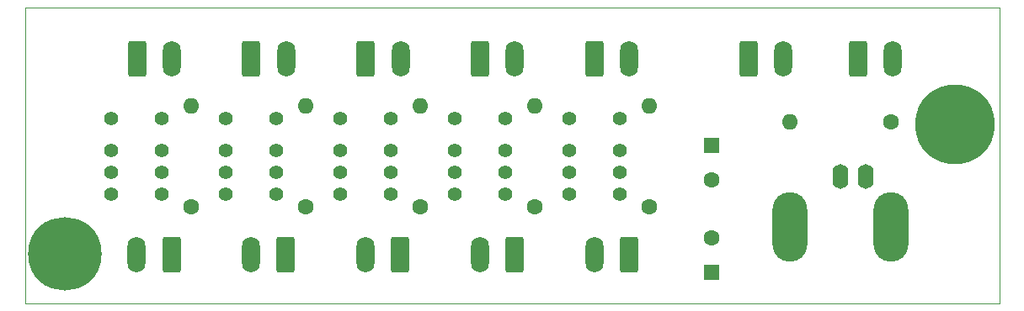
<source format=gbs>
%TF.GenerationSoftware,KiCad,Pcbnew,(6.0.7)*%
%TF.CreationDate,2022-08-24T23:08:52-04:00*%
%TF.ProjectId,chiller_interlock_aosense,6368696c-6c65-4725-9f69-6e7465726c6f,rev?*%
%TF.SameCoordinates,Original*%
%TF.FileFunction,Soldermask,Bot*%
%TF.FilePolarity,Negative*%
%FSLAX46Y46*%
G04 Gerber Fmt 4.6, Leading zero omitted, Abs format (unit mm)*
G04 Created by KiCad (PCBNEW (6.0.7)) date 2022-08-24 23:08:52*
%MOMM*%
%LPD*%
G01*
G04 APERTURE LIST*
G04 Aperture macros list*
%AMRoundRect*
0 Rectangle with rounded corners*
0 $1 Rounding radius*
0 $2 $3 $4 $5 $6 $7 $8 $9 X,Y pos of 4 corners*
0 Add a 4 corners polygon primitive as box body*
4,1,4,$2,$3,$4,$5,$6,$7,$8,$9,$2,$3,0*
0 Add four circle primitives for the rounded corners*
1,1,$1+$1,$2,$3*
1,1,$1+$1,$4,$5*
1,1,$1+$1,$6,$7*
1,1,$1+$1,$8,$9*
0 Add four rect primitives between the rounded corners*
20,1,$1+$1,$2,$3,$4,$5,0*
20,1,$1+$1,$4,$5,$6,$7,0*
20,1,$1+$1,$6,$7,$8,$9,0*
20,1,$1+$1,$8,$9,$2,$3,0*%
G04 Aperture macros list end*
%TA.AperFunction,Profile*%
%ADD10C,0.100000*%
%TD*%
%ADD11R,1.600000X1.600000*%
%ADD12C,1.600000*%
%ADD13C,7.400000*%
%ADD14C,8.000000*%
%ADD15RoundRect,0.250000X-0.650000X-1.550000X0.650000X-1.550000X0.650000X1.550000X-0.650000X1.550000X0*%
%ADD16O,1.800000X3.600000*%
%ADD17O,1.600000X1.600000*%
%ADD18RoundRect,0.250000X0.650000X1.550000X-0.650000X1.550000X-0.650000X-1.550000X0.650000X-1.550000X0*%
%ADD19O,1.600000X2.500000*%
%ADD20O,3.500000X7.000000*%
%ADD21C,1.400000*%
G04 APERTURE END LIST*
D10*
X321000000Y-108250000D02*
X321000000Y-78500000D01*
X321000000Y-78500000D02*
X419000000Y-78500000D01*
X419000000Y-108250000D02*
X321000000Y-108250000D01*
X419000000Y-78500000D02*
X419000000Y-108250000D01*
D11*
%TO.C,C1*%
X390000000Y-105152651D03*
D12*
X390000000Y-101652651D03*
%TD*%
D13*
%TO.C,J14*%
X325000000Y-103250000D03*
%TD*%
D14*
%TO.C,J15*%
X414500000Y-90250000D03*
%TD*%
D15*
%TO.C,J2*%
X393767500Y-83642500D03*
D16*
X397267500Y-83642500D03*
%TD*%
D12*
%TO.C,R2*%
X372250000Y-98580000D03*
D17*
X372250000Y-88420000D03*
%TD*%
D18*
%TO.C,J12*%
X335732500Y-103357500D03*
D16*
X332232500Y-103357500D03*
%TD*%
D19*
%TO.C,J1*%
X403000000Y-95500000D03*
X405540000Y-95500000D03*
D20*
X408080000Y-100580000D03*
X397920000Y-100580000D03*
%TD*%
D12*
%TO.C,R5*%
X337750000Y-98580000D03*
D17*
X337750000Y-88420000D03*
%TD*%
D15*
%TO.C,J3*%
X404767500Y-83642500D03*
D16*
X408267500Y-83642500D03*
%TD*%
D18*
%TO.C,J8*%
X358732500Y-103357500D03*
D16*
X355232500Y-103357500D03*
%TD*%
D21*
%TO.C,K2*%
X364210000Y-89700000D03*
X364210000Y-92900000D03*
X364210000Y-95100000D03*
X364210000Y-97300000D03*
X369290000Y-97300000D03*
X369290000Y-95100000D03*
X369290000Y-92900000D03*
X369290000Y-89700000D03*
%TD*%
D11*
%TO.C,C2*%
X390000000Y-92347349D03*
D12*
X390000000Y-95847349D03*
%TD*%
D15*
%TO.C,J11*%
X343767500Y-83642500D03*
D16*
X347267500Y-83642500D03*
%TD*%
D12*
%TO.C,R3*%
X360750000Y-98580000D03*
D17*
X360750000Y-88420000D03*
%TD*%
D21*
%TO.C,K1*%
X375710000Y-89700000D03*
X375710000Y-92900000D03*
X375710000Y-95100000D03*
X375710000Y-97300000D03*
X380790000Y-97300000D03*
X380790000Y-95100000D03*
X380790000Y-92900000D03*
X380790000Y-89700000D03*
%TD*%
D12*
%TO.C,R4*%
X349250000Y-98580000D03*
D17*
X349250000Y-88420000D03*
%TD*%
D15*
%TO.C,J7*%
X366767500Y-83642500D03*
D16*
X370267500Y-83642500D03*
%TD*%
D15*
%TO.C,J13*%
X332267500Y-83642500D03*
D16*
X335767500Y-83642500D03*
%TD*%
D18*
%TO.C,J6*%
X370232500Y-103357500D03*
D16*
X366732500Y-103357500D03*
%TD*%
D18*
%TO.C,J4*%
X381732500Y-103357500D03*
D16*
X378232500Y-103357500D03*
%TD*%
D12*
%TO.C,R1*%
X383750000Y-98580000D03*
D17*
X383750000Y-88420000D03*
%TD*%
D21*
%TO.C,K3*%
X352710000Y-89700000D03*
X352710000Y-92900000D03*
X352710000Y-95100000D03*
X352710000Y-97300000D03*
X357790000Y-97300000D03*
X357790000Y-95100000D03*
X357790000Y-92900000D03*
X357790000Y-89700000D03*
%TD*%
D12*
%TO.C,R6*%
X408080000Y-90000000D03*
D17*
X397920000Y-90000000D03*
%TD*%
D18*
%TO.C,J10*%
X347232500Y-103357500D03*
D16*
X343732500Y-103357500D03*
%TD*%
D15*
%TO.C,J9*%
X355267500Y-83642500D03*
D16*
X358767500Y-83642500D03*
%TD*%
D15*
%TO.C,J5*%
X378267500Y-83642500D03*
D16*
X381767500Y-83642500D03*
%TD*%
D21*
%TO.C,K4*%
X341210000Y-89700000D03*
X341210000Y-92900000D03*
X341210000Y-95100000D03*
X341210000Y-97300000D03*
X346290000Y-97300000D03*
X346290000Y-95100000D03*
X346290000Y-92900000D03*
X346290000Y-89700000D03*
%TD*%
%TO.C,K5*%
X329710000Y-89700000D03*
X329710000Y-92900000D03*
X329710000Y-95100000D03*
X329710000Y-97300000D03*
X334790000Y-97300000D03*
X334790000Y-95100000D03*
X334790000Y-92900000D03*
X334790000Y-89700000D03*
%TD*%
M02*

</source>
